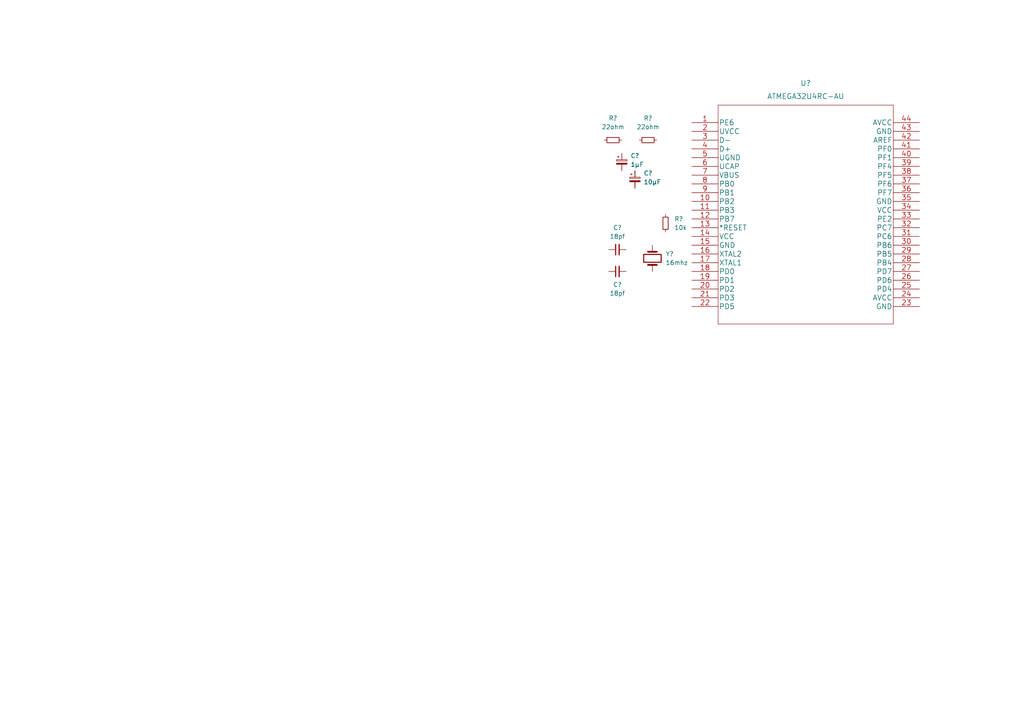
<source format=kicad_sch>
(kicad_sch (version 20211123) (generator eeschema)
  (paper "A4")
  (lib_symbols
    (symbol "2022-08-13_12-57-46:ATMEGA32U4RC-AU" (pin_names (offset 0.254))
      (property "Reference" "U" (at 33.02 10.16 0))
      (property "Value" "ATMEGA32U4RC-AU" (at 33.02 7.62 0))
      (symbol "ATMEGA32U4RC-AU_1_1"
        (polyline (pts (xy 7.62 -58.42) (xy 58.42 -58.42)) (stroke (width 0.127)))
        (polyline (pts (xy 7.62 5.08) (xy 7.62 -58.42)) (stroke (width 0.127)))
        (polyline (pts (xy 58.42 -58.42) (xy 58.42 5.08)) (stroke (width 0.127)))
        (polyline (pts (xy 58.42 5.08) (xy 7.62 5.08)) (stroke (width 0.127)))
        (pin bidirectional line (at 0 0 0) (length 7.62) (name "PE6") (number "1"))
        (pin bidirectional line (at 0 -22.86 0) (length 7.62) (name "PB2") (number "10"))
        (pin bidirectional line (at 0 -25.4 0) (length 7.62) (name "PB3") (number "11"))
        (pin bidirectional line (at 0 -27.94 0) (length 7.62) (name "PB7") (number "12"))
        (pin input line (at 0 -30.48 0) (length 7.62) (name "*RESET") (number "13"))
        (pin power_in line (at 0 -33.02 0) (length 7.62) (name "VCC") (number "14"))
        (pin power_in line (at 0 -35.56 0) (length 7.62) (name "GND") (number "15"))
        (pin output line (at 0 -38.1 0) (length 7.62) (name "XTAL2") (number "16"))
        (pin input line (at 0 -40.64 0) (length 7.62) (name "XTAL1") (number "17"))
        (pin bidirectional line (at 0 -43.18 0) (length 7.62) (name "PD0") (number "18"))
        (pin bidirectional line (at 0 -45.72 0) (length 7.62) (name "PD1") (number "19"))
        (pin power_in line (at 0 -2.54 0) (length 7.62) (name "UVCC") (number "2"))
        (pin bidirectional line (at 0 -48.26 0) (length 7.62) (name "PD2") (number "20"))
        (pin bidirectional line (at 0 -50.8 0) (length 7.62) (name "PD3") (number "21"))
        (pin bidirectional line (at 0 -53.34 0) (length 7.62) (name "PD5") (number "22"))
        (pin power_in line (at 66.04 -53.34 180) (length 7.62) (name "GND") (number "23"))
        (pin power_in line (at 66.04 -50.8 180) (length 7.62) (name "AVCC") (number "24"))
        (pin bidirectional line (at 66.04 -48.26 180) (length 7.62) (name "PD4") (number "25"))
        (pin bidirectional line (at 66.04 -45.72 180) (length 7.62) (name "PD6") (number "26"))
        (pin bidirectional line (at 66.04 -43.18 180) (length 7.62) (name "PD7") (number "27"))
        (pin bidirectional line (at 66.04 -40.64 180) (length 7.62) (name "PB4") (number "28"))
        (pin bidirectional line (at 66.04 -38.1 180) (length 7.62) (name "PB5") (number "29"))
        (pin unspecified line (at 0 -5.08 0) (length 7.62) (name "D-") (number "3"))
        (pin bidirectional line (at 66.04 -35.56 180) (length 7.62) (name "PB6") (number "30"))
        (pin bidirectional line (at 66.04 -33.02 180) (length 7.62) (name "PC6") (number "31"))
        (pin bidirectional line (at 66.04 -30.48 180) (length 7.62) (name "PC7") (number "32"))
        (pin bidirectional line (at 66.04 -27.94 180) (length 7.62) (name "PE2") (number "33"))
        (pin power_in line (at 66.04 -25.4 180) (length 7.62) (name "VCC") (number "34"))
        (pin power_in line (at 66.04 -22.86 180) (length 7.62) (name "GND") (number "35"))
        (pin bidirectional line (at 66.04 -20.32 180) (length 7.62) (name "PF7") (number "36"))
        (pin bidirectional line (at 66.04 -17.78 180) (length 7.62) (name "PF6") (number "37"))
        (pin bidirectional line (at 66.04 -15.24 180) (length 7.62) (name "PF5") (number "38"))
        (pin bidirectional line (at 66.04 -12.7 180) (length 7.62) (name "PF4") (number "39"))
        (pin unspecified line (at 0 -7.62 0) (length 7.62) (name "D+") (number "4"))
        (pin bidirectional line (at 66.04 -10.16 180) (length 7.62) (name "PF1") (number "40"))
        (pin bidirectional line (at 66.04 -7.62 180) (length 7.62) (name "PF0") (number "41"))
        (pin input line (at 66.04 -5.08 180) (length 7.62) (name "AREF") (number "42"))
        (pin power_in line (at 66.04 -2.54 180) (length 7.62) (name "GND") (number "43"))
        (pin power_in line (at 66.04 0 180) (length 7.62) (name "AVCC") (number "44"))
        (pin power_in line (at 0 -10.16 0) (length 7.62) (name "UGND") (number "5"))
        (pin output line (at 0 -12.7 0) (length 7.62) (name "UCAP") (number "6"))
        (pin input line (at 0 -15.24 0) (length 7.62) (name "VBUS") (number "7"))
        (pin bidirectional line (at 0 -17.78 0) (length 7.62) (name "PB0") (number "8"))
        (pin bidirectional line (at 0 -20.32 0) (length 7.62) (name "PB1") (number "9"))
      )
    )
    (symbol "Device:C_Polarized_Small" (pin_numbers hide) (pin_names (offset 0.254) hide)
      (property "Reference" "C" (at 0.254 1.778 0))
      (property "Value" "C_Polarized_Small" (at 0.254 -2.032 0))
      (symbol "C_Polarized_Small_0_1"
        (rectangle (start -1.524 -0.3048) (end 1.524 -0.6858) (fill (type outline)))
        (rectangle (start -1.524 0.6858) (end 1.524 0.3048))
        (polyline (pts (xy -1.27 1.524) (xy -0.762 1.524)))
        (polyline (pts (xy -1.016 1.27) (xy -1.016 1.778)))
      )
      (symbol "C_Polarized_Small_1_1"
        (pin passive line (at 0 2.54 270) (length 1.8542) (name "~") (number "1"))
        (pin passive line (at 0 -2.54 90) (length 1.8542) (name "~") (number "2"))
      )
    )
    (symbol "Device:C_Small" (pin_numbers hide) (pin_names (offset 0.254) hide)
      (property "Reference" "C" (at 0.254 1.778 0))
      (property "Value" "C_Small" (at 0.254 -2.032 0))
      (symbol "C_Small_0_1"
        (polyline (pts (xy -1.524 -0.508) (xy 1.524 -0.508)) (stroke (width 0.3302)))
        (polyline (pts (xy -1.524 0.508) (xy 1.524 0.508)) (stroke (width 0.3048)))
      )
      (symbol "C_Small_1_1"
        (pin passive line (at 0 2.54 270) (length 2.032) (name "~") (number "1"))
        (pin passive line (at 0 -2.54 90) (length 2.032) (name "~") (number "2"))
      )
    )
    (symbol "Device:Crystal" (pin_numbers hide) (pin_names (offset 1.016) hide)
      (property "Reference" "Y" (at 0 3.81 0))
      (property "Value" "Crystal" (at 0 -3.81 0))
      (symbol "Crystal_0_1"
        (rectangle (start -1.143 2.54) (end 1.143 -2.54) (stroke (width 0.3048)))
        (polyline (pts (xy -2.54 0) (xy -1.905 0)))
        (polyline (pts (xy -1.905 -1.27) (xy -1.905 1.27)) (stroke (width 0.508)))
        (polyline (pts (xy 1.905 -1.27) (xy 1.905 1.27)) (stroke (width 0.508)))
        (polyline (pts (xy 2.54 0) (xy 1.905 0)))
      )
      (symbol "Crystal_1_1"
        (pin passive line (at -3.81 0 0) (length 1.27) (name "1") (number "1"))
        (pin passive line (at 3.81 0 180) (length 1.27) (name "2") (number "2"))
      )
    )
    (symbol "Device:R_Small" (pin_numbers hide) (pin_names (offset 0.254) hide)
      (property "Reference" "R" (at 0.762 0.508 0))
      (property "Value" "R_Small" (at 0.762 -1.016 0))
      (symbol "R_Small_0_1"
        (rectangle (start -0.762 1.778) (end 0.762 -1.778) (stroke (width 0.2032)))
      )
      (symbol "R_Small_1_1"
        (pin passive line (at 0 2.54 270) (length 0.762) (name "~") (number "1"))
        (pin passive line (at 0 -2.54 90) (length 0.762) (name "~") (number "2"))
      )
    )
  )
  (symbol (lib_id "Device:R_Small") (at 193.04 64.77 0) (unit 1)
    (property "Reference" "R?" (at 195.58 63.4999 0) (effects (justify left)))
    (property "Value" "10k" (at 195.58 66.0399 0) (effects (justify left)))
  )
  (symbol (lib_id "Device:R_Small") (at 187.96 40.64 90) (unit 1)
    (property "Reference" "R?" (at 187.96 34.29 90))
    (property "Value" "22ohm" (at 187.96 36.83 90))
  )
  (symbol (lib_id "Device:C_Small") (at 179.07 78.74 90) (unit 1)
    (property "Reference" "C?" (at 179.07 82.55 90))
    (property "Value" "18pf" (at 179.07 85.09 90))
  )
  (symbol (lib_id "Device:R_Small") (at 177.8 40.64 90) (unit 1)
    (property "Reference" "R?" (at 177.8 34.29 90))
    (property "Value" "22ohm" (at 177.8 36.83 90))
  )
  (symbol (lib_id "Device:C_Polarized_Small") (at 180.34 46.99 0) (unit 1)
    (property "Reference" "C?" (at 182.88 45.1738 0) (effects (justify left)))
    (property "Value" "1µF" (at 182.88 47.7138 0) (effects (justify left)))
  )
  (symbol (lib_id "Device:C_Polarized_Small") (at 184.15 52.07 0) (unit 1)
    (property "Reference" "C?" (at 186.69 50.2538 0) (effects (justify left)))
    (property "Value" "10µF" (at 186.69 52.7938 0) (effects (justify left)))
  )
  (symbol (lib_id "Device:Crystal") (at 189.23 74.93 90) (unit 1)
    (property "Reference" "Y?" (at 193.04 73.6599 90) (effects (justify right)))
    (property "Value" "16mhz" (at 193.04 76.1999 90) (effects (justify right)))
  )
  (symbol (lib_id "2022-08-13_12-57-46:ATMEGA32U4RC-AU") (at 200.66 35.56 0) (unit 1)
    (property "Reference" "U?" (at 233.68 24.13 0) (effects (font (size 1.524 1.524))))
    (property "Value" "ATMEGA32U4RC-AU" (at 233.68 27.94 0) (effects (font (size 1.524 1.524))))
    (property "Footprint" "44ML_ATM" (effects hide))
  )
  (symbol (lib_id "Device:C_Small") (at 179.07 72.39 90) (unit 1)
    (property "Reference" "C?" (at 179.0763 66.04 90))
    (property "Value" "18pf" (at 179.0763 68.58 90))
  )
)
</source>
